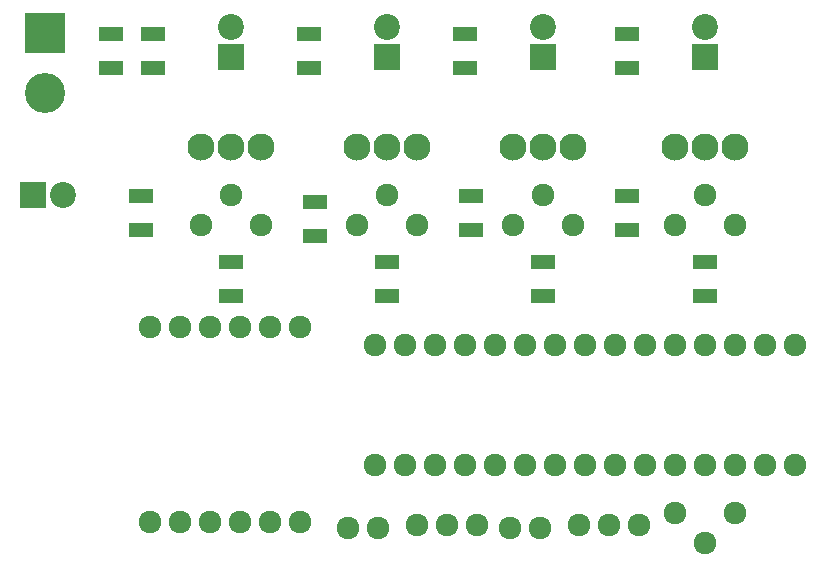
<source format=gbr>
G04 #@! TF.FileFunction,Soldermask,Top*
%FSLAX46Y46*%
G04 Gerber Fmt 4.6, Leading zero omitted, Abs format (unit mm)*
G04 Created by KiCad (PCBNEW 4.0.5+dfsg1-4) date Wed Oct 18 18:42:54 2017*
%MOMM*%
%LPD*%
G01*
G04 APERTURE LIST*
%ADD10C,0.100000*%
%ADD11C,1.924000*%
%ADD12C,2.200000*%
%ADD13R,2.200000X2.200000*%
%ADD14R,3.400000X3.400000*%
%ADD15C,3.400000*%
%ADD16R,2.100000X1.300000*%
%ADD17C,2.300000*%
G04 APERTURE END LIST*
D10*
D11*
X209804000Y-55372000D03*
X207264000Y-55372000D03*
X204724000Y-55372000D03*
X202184000Y-55372000D03*
X199644000Y-55372000D03*
X197104000Y-55372000D03*
X194564000Y-55372000D03*
X192024000Y-55372000D03*
X189484000Y-55372000D03*
X186944000Y-55372000D03*
X184404000Y-55372000D03*
X181864000Y-55372000D03*
X179324000Y-55372000D03*
X176784000Y-55372000D03*
X174244000Y-55372000D03*
X209804000Y-65532000D03*
X207264000Y-65532000D03*
X204724000Y-65532000D03*
X202184000Y-65532000D03*
X199644000Y-65532000D03*
X197104000Y-65532000D03*
X194564000Y-65532000D03*
X192024000Y-65532000D03*
X189484000Y-65532000D03*
X186944000Y-65532000D03*
X184404000Y-65532000D03*
X181864000Y-65532000D03*
X179324000Y-65532000D03*
X176784000Y-65532000D03*
X174244000Y-65532000D03*
D12*
X162052000Y-28448000D03*
D13*
X162052000Y-30988000D03*
D12*
X202184000Y-28448000D03*
D13*
X202184000Y-30988000D03*
D12*
X188468000Y-28448000D03*
D13*
X188468000Y-30988000D03*
D12*
X175260000Y-28448000D03*
D13*
X175260000Y-30988000D03*
D12*
X147828000Y-42672000D03*
D13*
X145288000Y-42672000D03*
D14*
X146304000Y-28956000D03*
D15*
X146304000Y-34036000D03*
D11*
X162052000Y-42672000D03*
X164592000Y-45212000D03*
X159512000Y-45212000D03*
X202184000Y-42672000D03*
X204724000Y-45212000D03*
X199644000Y-45212000D03*
X188468000Y-42672000D03*
X191008000Y-45212000D03*
X185928000Y-45212000D03*
X175260000Y-42672000D03*
X177800000Y-45212000D03*
X172720000Y-45212000D03*
D16*
X162052000Y-48334000D03*
X162052000Y-51234000D03*
X155448000Y-29030000D03*
X155448000Y-31930000D03*
X154432000Y-42746000D03*
X154432000Y-45646000D03*
X202184000Y-48334000D03*
X202184000Y-51234000D03*
X195580000Y-29030000D03*
X195580000Y-31930000D03*
X195580000Y-42746000D03*
X195580000Y-45646000D03*
X188468000Y-48334000D03*
X188468000Y-51234000D03*
X181864000Y-29030000D03*
X181864000Y-31930000D03*
X182372000Y-42746000D03*
X182372000Y-45646000D03*
X175260000Y-48334000D03*
X175260000Y-51234000D03*
X168656000Y-29030000D03*
X168656000Y-31930000D03*
X169164000Y-43254000D03*
X169164000Y-46154000D03*
X151892000Y-29030000D03*
X151892000Y-31930000D03*
D17*
X159512000Y-38608000D03*
X162052000Y-38608000D03*
X164592000Y-38608000D03*
X199644000Y-38608000D03*
X202184000Y-38608000D03*
X204724000Y-38608000D03*
X185928000Y-38608000D03*
X188468000Y-38608000D03*
X191008000Y-38608000D03*
X172720000Y-38608000D03*
X175260000Y-38608000D03*
X177800000Y-38608000D03*
D11*
X155194000Y-70358000D03*
X157734000Y-70358000D03*
X160274000Y-70358000D03*
X162814000Y-70358000D03*
X165354000Y-70358000D03*
X167894000Y-70358000D03*
X155194000Y-53848000D03*
X157734000Y-53848000D03*
X160274000Y-53848000D03*
X162814000Y-53848000D03*
X165354000Y-53848000D03*
X167894000Y-53848000D03*
X202184000Y-72136000D03*
X199644000Y-69596000D03*
X204724000Y-69596000D03*
X171958000Y-70866000D03*
X174498000Y-70866000D03*
X185674000Y-70866000D03*
X188214000Y-70866000D03*
X177800000Y-70612000D03*
X180340000Y-70612000D03*
X182880000Y-70612000D03*
X191516000Y-70612000D03*
X194056000Y-70612000D03*
X196596000Y-70612000D03*
M02*

</source>
